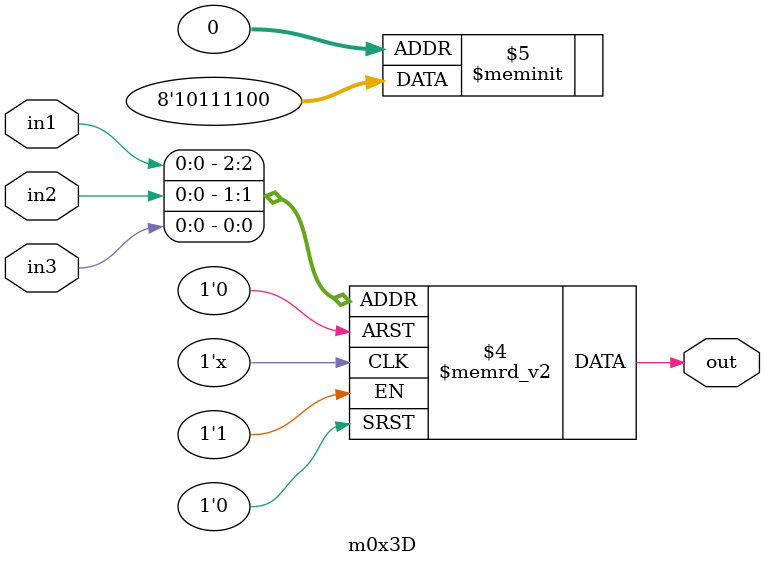
<source format=v>
module m0x3D(output out, input in1, in2, in3);

   always @(in1, in2, in3)
     begin
        case({in1, in2, in3})
          3'b000: {out} = 1'b0;
          3'b001: {out} = 1'b0;
          3'b010: {out} = 1'b1;
          3'b011: {out} = 1'b1;
          3'b100: {out} = 1'b1;
          3'b101: {out} = 1'b1;
          3'b110: {out} = 1'b0;
          3'b111: {out} = 1'b1;
        endcase // case ({in1, in2, in3})
     end // always @ (in1, in2, in3)

endmodule // m0x3D
</source>
